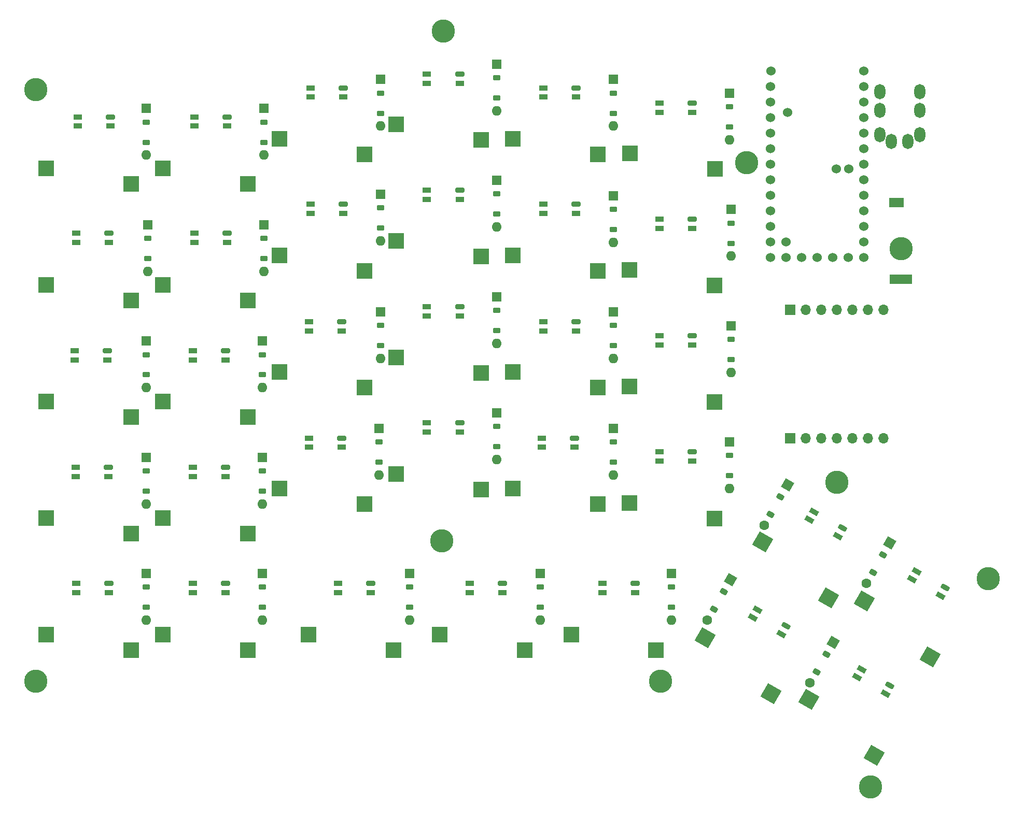
<source format=gbr>
%TF.GenerationSoftware,KiCad,Pcbnew,9.0.0*%
%TF.CreationDate,2025-08-26T18:36:53+02:00*%
%TF.ProjectId,keyboard,6b657962-6f61-4726-942e-6b696361645f,rev?*%
%TF.SameCoordinates,Original*%
%TF.FileFunction,Soldermask,Top*%
%TF.FilePolarity,Negative*%
%FSLAX46Y46*%
G04 Gerber Fmt 4.6, Leading zero omitted, Abs format (unit mm)*
G04 Created by KiCad (PCBNEW 9.0.0) date 2025-08-26 18:36:53*
%MOMM*%
%LPD*%
G01*
G04 APERTURE LIST*
G04 Aperture macros list*
%AMRoundRect*
0 Rectangle with rounded corners*
0 $1 Rounding radius*
0 $2 $3 $4 $5 $6 $7 $8 $9 X,Y pos of 4 corners*
0 Add a 4 corners polygon primitive as box body*
4,1,4,$2,$3,$4,$5,$6,$7,$8,$9,$2,$3,0*
0 Add four circle primitives for the rounded corners*
1,1,$1+$1,$2,$3*
1,1,$1+$1,$4,$5*
1,1,$1+$1,$6,$7*
1,1,$1+$1,$8,$9*
0 Add four rect primitives between the rounded corners*
20,1,$1+$1,$2,$3,$4,$5,0*
20,1,$1+$1,$4,$5,$6,$7,0*
20,1,$1+$1,$6,$7,$8,$9,0*
20,1,$1+$1,$8,$9,$2,$3,0*%
%AMHorizOval*
0 Thick line with rounded ends*
0 $1 width*
0 $2 $3 position (X,Y) of the first rounded end (center of the circle)*
0 $4 $5 position (X,Y) of the second rounded end (center of the circle)*
0 Add line between two ends*
20,1,$1,$2,$3,$4,$5,0*
0 Add two circle primitives to create the rounded ends*
1,1,$1,$2,$3*
1,1,$1,$4,$5*%
%AMRotRect*
0 Rectangle, with rotation*
0 The origin of the aperture is its center*
0 $1 length*
0 $2 width*
0 $3 Rotation angle, in degrees counterclockwise*
0 Add horizontal line*
21,1,$1,$2,0,0,$3*%
G04 Aperture macros list end*
%ADD10C,3.800000*%
%ADD11R,2.550000X2.500000*%
%ADD12O,1.800000X2.500000*%
%ADD13R,1.700000X1.700000*%
%ADD14O,1.700000X1.700000*%
%ADD15C,1.524000*%
%ADD16R,1.000000X1.500000*%
%ADD17R,1.600000X1.600000*%
%ADD18RoundRect,0.225000X0.375000X-0.225000X0.375000X0.225000X-0.375000X0.225000X-0.375000X-0.225000X0*%
%ADD19O,1.600000X1.600000*%
%ADD20RotRect,2.550000X2.500000X330.000000*%
%ADD21RotRect,1.600000X1.600000X240.000000*%
%ADD22RoundRect,0.225000X0.212260X-0.382356X0.437260X0.007356X-0.212260X0.382356X-0.437260X-0.007356X0*%
%ADD23HorizOval,1.600000X0.000000X0.000000X0.000000X0.000000X0*%
%ADD24RotRect,1.450000X0.820000X150.000000*%
%ADD25RoundRect,0.205000X0.552833X-0.082465X-0.347833X0.437535X-0.552833X0.082465X0.347833X-0.437535X0*%
%ADD26R,1.450000X0.820000*%
%ADD27RoundRect,0.205000X0.520000X0.205000X-0.520000X0.205000X-0.520000X-0.205000X0.520000X-0.205000X0*%
G04 APERTURE END LIST*
%TO.C,JP1*%
G36*
X322850000Y-166500000D02*
G01*
X323150000Y-166500000D01*
X323150000Y-168000000D01*
X322850000Y-168000000D01*
X322850000Y-166500000D01*
G37*
%TO.C,JP4*%
G36*
X322900000Y-179000000D02*
G01*
X324500000Y-179000000D01*
X324500000Y-180500000D01*
X322900000Y-180500000D01*
X322900000Y-179000000D01*
G37*
%TD*%
D10*
%TO.C,H6*%
X182500000Y-148750000D03*
%TD*%
%TO.C,H4*%
X182500000Y-245500000D03*
%TD*%
D11*
%TO.C,K_3*%
X293375000Y-161780000D03*
X279525000Y-159240000D03*
%TD*%
D10*
%TO.C,H8*%
X298500000Y-160750000D03*
%TD*%
%TO.C,H10*%
X313250000Y-213000000D03*
%TD*%
D12*
%TO.C,J1*%
X320300000Y-156162500D03*
X326800000Y-156162500D03*
X320300000Y-152162500D03*
X326800000Y-152162500D03*
X320300000Y-149162500D03*
X326800000Y-149162500D03*
X322200000Y-157262500D03*
X324900000Y-157262500D03*
%TD*%
D13*
%TO.C,J3*%
X305670000Y-205750000D03*
D14*
X308210000Y-205750000D03*
X310750000Y-205750000D03*
X313290000Y-205750000D03*
X315830000Y-205750000D03*
X318370000Y-205750000D03*
X320910000Y-205750000D03*
%TD*%
D10*
%TO.C,H5*%
X338000000Y-228750000D03*
%TD*%
%TO.C,H3*%
X248750000Y-222500000D03*
%TD*%
D15*
%TO.C,U1*%
X302460000Y-148275000D03*
X302460000Y-150815000D03*
X302460000Y-158435000D03*
X302460000Y-160975000D03*
X317700000Y-155895000D03*
X302460000Y-163515000D03*
X302460000Y-166055000D03*
X317700000Y-148275000D03*
X302460000Y-168595000D03*
X302460000Y-171135000D03*
X302460000Y-173675000D03*
X302460000Y-176215000D03*
X302510000Y-145735000D03*
X317700000Y-145735000D03*
X305000000Y-176215000D03*
X307540000Y-176215000D03*
X310080000Y-176215000D03*
X312620000Y-176215000D03*
X315160000Y-176215000D03*
X313220000Y-161775000D03*
X317700000Y-171135000D03*
X317700000Y-176215000D03*
X317700000Y-168595000D03*
X317700000Y-173675000D03*
X315210000Y-161775000D03*
X305000000Y-173675000D03*
X317700000Y-166055000D03*
X317700000Y-163515000D03*
X317700000Y-160975000D03*
X317700000Y-158435000D03*
X305210000Y-152545000D03*
X302460000Y-153355000D03*
X302460000Y-155895000D03*
X317700000Y-150815000D03*
X317700000Y-153355000D03*
%TD*%
D16*
%TO.C,JP1*%
X322350000Y-167250000D03*
X323650000Y-167250000D03*
%TD*%
%TO.C,JP4*%
X322400000Y-179750000D03*
X323700000Y-179750000D03*
X325000000Y-179750000D03*
%TD*%
D10*
%TO.C,H2*%
X323750000Y-174750000D03*
%TD*%
%TO.C,H1*%
X249000000Y-139250000D03*
%TD*%
%TO.C,H11*%
X284500000Y-245500000D03*
%TD*%
D13*
%TO.C,J2*%
X305670000Y-184750000D03*
D14*
X308210000Y-184750000D03*
X310750000Y-184750000D03*
X313290000Y-184750000D03*
X315830000Y-184750000D03*
X318370000Y-184750000D03*
X320910000Y-184750000D03*
%TD*%
D10*
%TO.C,H7*%
X318750000Y-262750000D03*
%TD*%
D11*
%TO.C,K_0*%
X255165000Y-157017500D03*
X241315000Y-154477500D03*
%TD*%
D17*
%TO.C,D_0*%
X257750000Y-144630000D03*
D18*
X257750000Y-146850000D03*
X257750000Y-150150000D03*
D19*
X257750000Y-152250000D03*
%TD*%
D11*
%TO.C,K_1*%
X236115000Y-159398750D03*
X222265000Y-156858750D03*
%TD*%
D17*
%TO.C,D_1*%
X238750000Y-147130000D03*
D18*
X238750000Y-149350000D03*
X238750000Y-152650000D03*
D19*
X238750000Y-154750000D03*
%TD*%
D11*
%TO.C,K_2*%
X274215000Y-159398750D03*
X260365000Y-156858750D03*
%TD*%
D17*
%TO.C,D_2*%
X276750000Y-147130000D03*
D18*
X276750000Y-149350000D03*
X276750000Y-152650000D03*
D19*
X276750000Y-154750000D03*
%TD*%
D17*
%TO.C,D_3*%
X295750000Y-149380000D03*
D18*
X295750000Y-151600000D03*
X295750000Y-154900000D03*
D19*
X295750000Y-157000000D03*
%TD*%
D11*
%TO.C,K_4*%
X198015000Y-164161250D03*
X184165000Y-161621250D03*
%TD*%
D17*
%TO.C,D_4*%
X200500000Y-151880000D03*
D18*
X200500000Y-154100000D03*
X200500000Y-157400000D03*
D19*
X200500000Y-159500000D03*
%TD*%
D11*
%TO.C,K_5*%
X217065000Y-164161250D03*
X203215000Y-161621250D03*
%TD*%
D17*
%TO.C,D_5*%
X219750000Y-151880000D03*
D18*
X219750000Y-154100000D03*
X219750000Y-157400000D03*
D19*
X219750000Y-159500000D03*
%TD*%
D11*
%TO.C,K_6*%
X255165000Y-176067500D03*
X241315000Y-173527500D03*
%TD*%
D17*
%TO.C,D_6*%
X257750000Y-163630000D03*
D18*
X257750000Y-165850000D03*
X257750000Y-169150000D03*
D19*
X257750000Y-171250000D03*
%TD*%
D11*
%TO.C,K_7*%
X236115000Y-178448750D03*
X222265000Y-175908750D03*
%TD*%
D17*
%TO.C,D_7*%
X238750000Y-165880000D03*
D18*
X238750000Y-168100000D03*
X238750000Y-171400000D03*
D19*
X238750000Y-173500000D03*
%TD*%
D11*
%TO.C,K_8*%
X274215000Y-178448750D03*
X260365000Y-175908750D03*
%TD*%
D17*
%TO.C,D_8*%
X276750000Y-166130000D03*
D18*
X276750000Y-168350000D03*
X276750000Y-171650000D03*
D19*
X276750000Y-173750000D03*
%TD*%
D11*
%TO.C,K_9*%
X293265000Y-180830000D03*
X279415000Y-178290000D03*
%TD*%
D17*
%TO.C,D_9*%
X296000000Y-168380000D03*
D18*
X296000000Y-170600000D03*
X296000000Y-173900000D03*
D19*
X296000000Y-176000000D03*
%TD*%
D11*
%TO.C,K_10*%
X198015000Y-183211250D03*
X184165000Y-180671250D03*
%TD*%
D17*
%TO.C,D_10*%
X200750000Y-170880000D03*
D18*
X200750000Y-173100000D03*
X200750000Y-176400000D03*
D19*
X200750000Y-178500000D03*
%TD*%
D11*
%TO.C,K_11*%
X217065000Y-183211250D03*
X203215000Y-180671250D03*
%TD*%
D17*
%TO.C,D_11*%
X219750000Y-170880000D03*
D18*
X219750000Y-173100000D03*
X219750000Y-176400000D03*
D19*
X219750000Y-178500000D03*
%TD*%
D11*
%TO.C,K_12*%
X255165000Y-195117500D03*
X241315000Y-192577500D03*
%TD*%
D17*
%TO.C,D_12*%
X257750000Y-182630000D03*
D18*
X257750000Y-184850000D03*
X257750000Y-188150000D03*
D19*
X257750000Y-190250000D03*
%TD*%
D11*
%TO.C,K_13*%
X236115000Y-197498750D03*
X222265000Y-194958750D03*
%TD*%
D17*
%TO.C,D_13*%
X238750000Y-185130000D03*
D18*
X238750000Y-187350000D03*
X238750000Y-190650000D03*
D19*
X238750000Y-192750000D03*
%TD*%
D11*
%TO.C,K_14*%
X274215000Y-197498750D03*
X260365000Y-194958750D03*
%TD*%
D17*
%TO.C,D_14*%
X276750000Y-185130000D03*
D18*
X276750000Y-187350000D03*
X276750000Y-190650000D03*
D19*
X276750000Y-192750000D03*
%TD*%
D11*
%TO.C,K_15*%
X293265000Y-199880000D03*
X279415000Y-197340000D03*
%TD*%
D17*
%TO.C,D_15*%
X296000000Y-187380000D03*
D18*
X296000000Y-189600000D03*
X296000000Y-192900000D03*
D19*
X296000000Y-195000000D03*
%TD*%
D11*
%TO.C,K_16*%
X198015000Y-202261250D03*
X184165000Y-199721250D03*
%TD*%
D17*
%TO.C,D_16*%
X200500000Y-189880000D03*
D18*
X200500000Y-192100000D03*
X200500000Y-195400000D03*
D19*
X200500000Y-197500000D03*
%TD*%
D11*
%TO.C,K_17*%
X217065000Y-202261250D03*
X203215000Y-199721250D03*
%TD*%
D17*
%TO.C,D_17*%
X219500000Y-189880000D03*
D18*
X219500000Y-192100000D03*
X219500000Y-195400000D03*
D19*
X219500000Y-197500000D03*
%TD*%
D11*
%TO.C,K_18*%
X255165000Y-214167500D03*
X241315000Y-211627500D03*
%TD*%
D17*
%TO.C,D_18*%
X257750000Y-201630000D03*
D18*
X257750000Y-203850000D03*
X257750000Y-207150000D03*
D19*
X257750000Y-209250000D03*
%TD*%
D11*
%TO.C,K_19*%
X236115000Y-216548750D03*
X222265000Y-214008750D03*
%TD*%
D17*
%TO.C,D_19*%
X238500000Y-204130000D03*
D18*
X238500000Y-206350000D03*
X238500000Y-209650000D03*
D19*
X238500000Y-211750000D03*
%TD*%
D11*
%TO.C,K_20*%
X274215000Y-216548750D03*
X260365000Y-214008750D03*
%TD*%
D17*
%TO.C,D_20*%
X276750000Y-204130000D03*
D18*
X276750000Y-206350000D03*
X276750000Y-209650000D03*
D19*
X276750000Y-211750000D03*
%TD*%
D11*
%TO.C,K_21*%
X293265000Y-218930000D03*
X279415000Y-216390000D03*
%TD*%
D17*
%TO.C,D_21*%
X295750000Y-206380000D03*
D18*
X295750000Y-208600000D03*
X295750000Y-211900000D03*
D19*
X295750000Y-214000000D03*
%TD*%
D11*
%TO.C,K_22*%
X198015000Y-221311250D03*
X184165000Y-218771250D03*
%TD*%
D17*
%TO.C,D_22*%
X200500000Y-208880000D03*
D18*
X200500000Y-211100000D03*
X200500000Y-214400000D03*
D19*
X200500000Y-216500000D03*
%TD*%
D11*
%TO.C,K_23*%
X217065000Y-221311250D03*
X203215000Y-218771250D03*
%TD*%
D17*
%TO.C,D_23*%
X219500000Y-208880000D03*
D18*
X219500000Y-211100000D03*
X219500000Y-214400000D03*
D19*
X219500000Y-216500000D03*
%TD*%
D11*
%TO.C,K_24*%
X198015000Y-240361250D03*
X184165000Y-237821250D03*
%TD*%
D17*
%TO.C,D_24*%
X200500000Y-227880000D03*
D18*
X200500000Y-230100000D03*
X200500000Y-233400000D03*
D19*
X200500000Y-235500000D03*
%TD*%
D11*
%TO.C,K_25*%
X217065000Y-240361250D03*
X203215000Y-237821250D03*
%TD*%
D17*
%TO.C,D_25*%
X219500000Y-227880000D03*
D18*
X219500000Y-230100000D03*
X219500000Y-233400000D03*
D19*
X219500000Y-235500000D03*
%TD*%
D11*
%TO.C,K_26*%
X240877500Y-240361250D03*
X227027500Y-237821250D03*
%TD*%
D17*
%TO.C,D_26*%
X243500000Y-227880000D03*
D18*
X243500000Y-230100000D03*
X243500000Y-233400000D03*
D19*
X243500000Y-235500000D03*
%TD*%
D11*
%TO.C,K_27*%
X262290000Y-240361250D03*
X248440000Y-237821250D03*
%TD*%
D17*
%TO.C,D_27*%
X264862500Y-227880000D03*
D18*
X264862500Y-230100000D03*
X264862500Y-233400000D03*
D19*
X264862500Y-235500000D03*
%TD*%
D11*
%TO.C,K_28*%
X283740000Y-240361250D03*
X269890000Y-237821250D03*
%TD*%
D17*
%TO.C,D_28*%
X286250000Y-227880000D03*
D18*
X286250000Y-230100000D03*
X286250000Y-233400000D03*
D19*
X286250000Y-235500000D03*
%TD*%
D20*
%TO.C,K_29*%
X311907300Y-231826808D03*
X301182848Y-222702104D03*
%TD*%
D21*
%TO.C,D_29*%
X305185000Y-213398482D03*
D22*
X304075000Y-215321058D03*
X302425000Y-218178942D03*
D23*
X301375000Y-219997595D03*
%TD*%
D20*
%TO.C,K_30*%
X328507891Y-241504409D03*
X317783439Y-232379705D03*
%TD*%
D21*
%TO.C,D_30*%
X321935000Y-222898482D03*
D22*
X320825000Y-224821058D03*
X319175000Y-227678942D03*
D23*
X318125000Y-229497595D03*
%TD*%
D20*
%TO.C,K_31*%
X302507891Y-247504409D03*
X291783439Y-238379705D03*
%TD*%
D21*
%TO.C,D_31*%
X295935000Y-228898482D03*
D22*
X294825000Y-230821058D03*
X293175000Y-233678942D03*
D23*
X292125000Y-235497595D03*
%TD*%
D20*
%TO.C,K_32*%
X319393584Y-257584409D03*
X308669132Y-248459705D03*
%TD*%
D21*
%TO.C,D_32*%
X312685000Y-239148482D03*
D22*
X311575000Y-241071058D03*
X309925000Y-243928942D03*
D23*
X308875000Y-245747595D03*
%TD*%
D24*
%TO.C,D25*%
X313441618Y-221737019D03*
X308808382Y-219062019D03*
X309558382Y-217762981D03*
D25*
X314191618Y-220437981D03*
%TD*%
D26*
%TO.C,D2*%
X270675000Y-150000000D03*
X265325000Y-150000000D03*
X265325000Y-148500000D03*
D27*
X270675000Y-148500000D03*
%TD*%
D24*
%TO.C,D27*%
X321191618Y-247487019D03*
X316558382Y-244812019D03*
X317308382Y-243512981D03*
D25*
X321941618Y-246187981D03*
%TD*%
D26*
%TO.C,D33*%
X194425000Y-231000000D03*
X189075000Y-231000000D03*
X189075000Y-229500000D03*
D27*
X194425000Y-229500000D03*
%TD*%
D24*
%TO.C,D28*%
X304191618Y-237737019D03*
X299558382Y-235062019D03*
X300308382Y-233762981D03*
D25*
X304941618Y-236437981D03*
%TD*%
D26*
%TO.C,D32*%
X213425000Y-231000000D03*
X208075000Y-231000000D03*
X208075000Y-229500000D03*
D27*
X213425000Y-229500000D03*
%TD*%
D26*
%TO.C,D31*%
X237175000Y-231000000D03*
X231825000Y-231000000D03*
X231825000Y-229500000D03*
D27*
X237175000Y-229500000D03*
%TD*%
D26*
%TO.C,D3*%
X251675000Y-147750000D03*
X246325000Y-147750000D03*
X246325000Y-146250000D03*
D27*
X251675000Y-146250000D03*
%TD*%
D26*
%TO.C,D12*%
X289675000Y-171500000D03*
X284325000Y-171500000D03*
X284325000Y-170000000D03*
D27*
X289675000Y-170000000D03*
%TD*%
D26*
%TO.C,D15*%
X251675000Y-185750000D03*
X246325000Y-185750000D03*
X246325000Y-184250000D03*
D27*
X251675000Y-184250000D03*
%TD*%
D26*
%TO.C,D1*%
X289675000Y-152500000D03*
X284325000Y-152500000D03*
X284325000Y-151000000D03*
D27*
X289675000Y-151000000D03*
%TD*%
D26*
%TO.C,D16*%
X232425000Y-188250000D03*
X227075000Y-188250000D03*
X227075000Y-186750000D03*
D27*
X232425000Y-186750000D03*
%TD*%
D26*
%TO.C,D18*%
X194175000Y-193000000D03*
X188825000Y-193000000D03*
X188825000Y-191500000D03*
D27*
X194175000Y-191500000D03*
%TD*%
D26*
%TO.C,D29*%
X280350000Y-231000000D03*
X275000000Y-231000000D03*
X275000000Y-229500000D03*
D27*
X280350000Y-229500000D03*
%TD*%
D26*
%TO.C,D13*%
X289675000Y-190500000D03*
X284325000Y-190500000D03*
X284325000Y-189000000D03*
D27*
X289675000Y-189000000D03*
%TD*%
D26*
%TO.C,D6*%
X194675000Y-154750000D03*
X189325000Y-154750000D03*
X189325000Y-153250000D03*
D27*
X194675000Y-153250000D03*
%TD*%
D26*
%TO.C,D21*%
X232425000Y-207250000D03*
X227075000Y-207250000D03*
X227075000Y-205750000D03*
D27*
X232425000Y-205750000D03*
%TD*%
D26*
%TO.C,D4*%
X232675000Y-150000000D03*
X227325000Y-150000000D03*
X227325000Y-148500000D03*
D27*
X232675000Y-148500000D03*
%TD*%
D24*
%TO.C,D26*%
X330191618Y-231487019D03*
X325558382Y-228812019D03*
X326308382Y-227512981D03*
D25*
X330941618Y-230187981D03*
%TD*%
D26*
%TO.C,D20*%
X213425000Y-212000000D03*
X208075000Y-212000000D03*
X208075000Y-210500000D03*
D27*
X213425000Y-210500000D03*
%TD*%
D26*
%TO.C,D17*%
X213425000Y-193000000D03*
X208075000Y-193000000D03*
X208075000Y-191500000D03*
D27*
X213425000Y-191500000D03*
%TD*%
D26*
%TO.C,D5*%
X213675000Y-154750000D03*
X208325000Y-154750000D03*
X208325000Y-153250000D03*
D27*
X213675000Y-153250000D03*
%TD*%
D26*
%TO.C,D11*%
X270675000Y-169000000D03*
X265325000Y-169000000D03*
X265325000Y-167500000D03*
D27*
X270675000Y-167500000D03*
%TD*%
D26*
%TO.C,D30*%
X258675000Y-231000000D03*
X253325000Y-231000000D03*
X253325000Y-229500000D03*
D27*
X258675000Y-229500000D03*
%TD*%
D26*
%TO.C,D8*%
X213675000Y-173750000D03*
X208325000Y-173750000D03*
X208325000Y-172250000D03*
D27*
X213675000Y-172250000D03*
%TD*%
D26*
%TO.C,D7*%
X194425000Y-173750000D03*
X189075000Y-173750000D03*
X189075000Y-172250000D03*
D27*
X194425000Y-172250000D03*
%TD*%
D26*
%TO.C,D10*%
X251675000Y-166750000D03*
X246325000Y-166750000D03*
X246325000Y-165250000D03*
D27*
X251675000Y-165250000D03*
%TD*%
D26*
%TO.C,D22*%
X251675000Y-204750000D03*
X246325000Y-204750000D03*
X246325000Y-203250000D03*
D27*
X251675000Y-203250000D03*
%TD*%
D26*
%TO.C,D14*%
X270675000Y-188250000D03*
X265325000Y-188250000D03*
X265325000Y-186750000D03*
D27*
X270675000Y-186750000D03*
%TD*%
D26*
%TO.C,D9*%
X232675000Y-169000000D03*
X227325000Y-169000000D03*
X227325000Y-167500000D03*
D27*
X232675000Y-167500000D03*
%TD*%
D26*
%TO.C,D24*%
X289675000Y-209500000D03*
X284325000Y-209500000D03*
X284325000Y-208000000D03*
D27*
X289675000Y-208000000D03*
%TD*%
D26*
%TO.C,D19*%
X194350000Y-212000000D03*
X189000000Y-212000000D03*
X189000000Y-210500000D03*
D27*
X194350000Y-210500000D03*
%TD*%
D26*
%TO.C,D23*%
X270425000Y-207250000D03*
X265075000Y-207250000D03*
X265075000Y-205750000D03*
D27*
X270425000Y-205750000D03*
%TD*%
M02*

</source>
